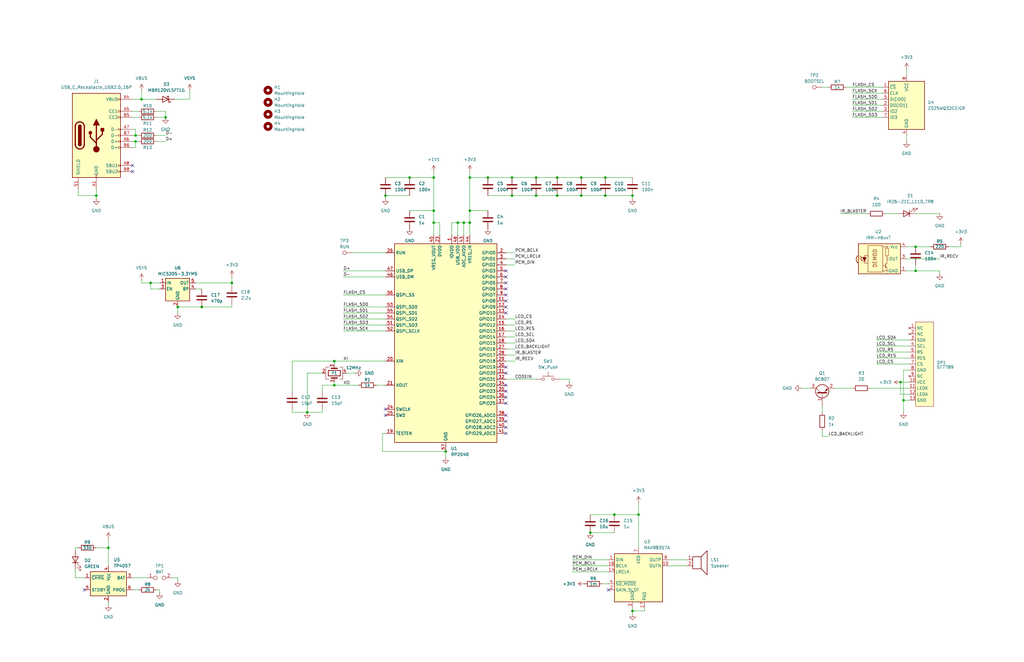
<source format=kicad_sch>
(kicad_sch (version 20231120) (generator "eeschema") (generator_version "8.0")
  (paper "B")
  (junction (at 162.56 82.55))
  (junction (at 386.08 114.3))
  (junction (at 63.5 119.38))
  (junction (at 269.24 217.17))
  (junction (at 74.93 129.54))
  (junction (at 226.06 74.93))
  (junction (at 193.04 93.98))
  (junction (at 381 168.91))
  (junction (at 215.9 82.55))
  (junction (at 182.88 88.9))
  (junction (at 59.69 41.91))
  (junction (at 215.9 74.93))
  (junction (at 248.92 224.79))
  (junction (at 140.97 162.56))
  (junction (at 40.64 82.55))
  (junction (at 198.12 74.93))
  (junction (at 259.08 217.17))
  (junction (at 182.88 93.98))
  (junction (at 57.15 59.69))
  (junction (at 255.27 82.55))
  (junction (at 266.7 257.81))
  (junction (at 69.85 49.53))
  (junction (at 226.06 82.55))
  (junction (at 187.96 190.5))
  (junction (at 255.27 74.93))
  (junction (at 205.74 74.93))
  (junction (at 85.09 129.54))
  (junction (at 245.11 82.55))
  (junction (at 198.12 88.9))
  (junction (at 182.88 74.93))
  (junction (at 140.97 152.4))
  (junction (at 379.73 161.29))
  (junction (at 234.95 82.55))
  (junction (at 129.54 173.99))
  (junction (at 195.58 93.98))
  (junction (at 266.7 82.55))
  (junction (at 172.72 74.93))
  (junction (at 386.08 104.14))
  (junction (at 234.95 74.93))
  (junction (at 97.79 119.38))
  (junction (at 245.11 74.93))
  (junction (at 45.72 231.14))
  (junction (at 57.15 57.15))
  (junction (at 198.12 93.98))
  (no_connect (at 213.36 170.18))
  (no_connect (at 35.56 248.92))
  (no_connect (at 213.36 129.54))
  (no_connect (at 213.36 165.1))
  (no_connect (at 213.36 132.08))
  (no_connect (at 213.36 154.94))
  (no_connect (at 213.36 167.64))
  (no_connect (at 256.54 248.92))
  (no_connect (at 213.36 121.92))
  (no_connect (at 162.56 175.26))
  (no_connect (at 55.88 72.39))
  (no_connect (at 213.36 119.38))
  (no_connect (at 213.36 127))
  (no_connect (at 213.36 162.56))
  (no_connect (at 162.56 172.72))
  (no_connect (at 55.88 69.85))
  (no_connect (at 213.36 180.34))
  (no_connect (at 213.36 177.8))
  (no_connect (at 213.36 124.46))
  (no_connect (at 213.36 116.84))
  (no_connect (at 213.36 114.3))
  (no_connect (at 213.36 175.26))
  (no_connect (at 213.36 182.88))
  (no_connect (at 213.36 157.48))
  (wire (pts (xy 213.36 111.76) (xy 217.17 111.76)))
  (wire (pts (xy 213.36 149.86) (xy 217.17 149.86)))
  (wire (pts (xy 381 173.99) (xy 381 168.91)))
  (wire (pts (xy 66.04 46.99) (xy 69.85 46.99)))
  (wire (pts (xy 367.03 163.83) (xy 383.54 163.83)))
  (wire (pts (xy 234.95 74.93) (xy 245.11 74.93)))
  (wire (pts (xy 381 168.91) (xy 381 156.21)))
  (wire (pts (xy 369.57 151.13) (xy 383.54 151.13)))
  (wire (pts (xy 40.64 82.55) (xy 40.64 83.82)))
  (wire (pts (xy 162.56 82.55) (xy 162.56 83.82)))
  (wire (pts (xy 226.06 74.93) (xy 234.95 74.93)))
  (wire (pts (xy 373.38 90.17) (xy 378.46 90.17)))
  (wire (pts (xy 66.04 57.15) (xy 69.85 57.15)))
  (wire (pts (xy 213.36 144.78) (xy 217.17 144.78)))
  (wire (pts (xy 140.97 152.4) (xy 123.19 152.4)))
  (wire (pts (xy 123.19 172.72) (xy 123.19 173.99)))
  (wire (pts (xy 182.88 93.98) (xy 182.88 88.9)))
  (wire (pts (xy 205.74 74.93) (xy 215.9 74.93)))
  (wire (pts (xy 33.02 80.01) (xy 33.02 82.55)))
  (wire (pts (xy 73.66 41.91) (xy 80.01 41.91)))
  (wire (pts (xy 172.72 74.93) (xy 162.56 74.93)))
  (wire (pts (xy 187.96 190.5) (xy 187.96 193.04)))
  (wire (pts (xy 226.06 82.55) (xy 234.95 82.55)))
  (wire (pts (xy 140.97 162.56) (xy 151.13 162.56)))
  (wire (pts (xy 146.05 157.48) (xy 149.86 157.48)))
  (wire (pts (xy 386.08 114.3) (xy 396.24 114.3)))
  (wire (pts (xy 382.27 104.14) (xy 386.08 104.14)))
  (wire (pts (xy 271.78 257.81) (xy 271.78 256.54)))
  (wire (pts (xy 45.72 254) (xy 45.72 255.27)))
  (wire (pts (xy 381 156.21) (xy 383.54 156.21)))
  (wire (pts (xy 349.25 184.15) (xy 346.71 184.15)))
  (wire (pts (xy 240.03 160.02) (xy 236.22 160.02)))
  (wire (pts (xy 281.94 238.76) (xy 289.56 238.76)))
  (wire (pts (xy 266.7 257.81) (xy 266.7 259.08)))
  (wire (pts (xy 198.12 72.39) (xy 198.12 74.93)))
  (wire (pts (xy 241.3 236.22) (xy 256.54 236.22)))
  (wire (pts (xy 386.08 90.17) (xy 396.24 90.17)))
  (wire (pts (xy 55.88 243.84) (xy 62.23 243.84)))
  (wire (pts (xy 144.78 134.62) (xy 162.56 134.62)))
  (wire (pts (xy 369.57 148.59) (xy 383.54 148.59)))
  (wire (pts (xy 190.5 99.06) (xy 190.5 93.98)))
  (wire (pts (xy 359.41 49.53) (xy 372.11 49.53)))
  (wire (pts (xy 346.71 184.15) (xy 346.71 181.61)))
  (wire (pts (xy 337.82 163.83) (xy 341.63 163.83)))
  (wire (pts (xy 382.27 109.22) (xy 396.24 109.22)))
  (wire (pts (xy 259.08 217.17) (xy 269.24 217.17)))
  (wire (pts (xy 144.78 139.7) (xy 162.56 139.7)))
  (wire (pts (xy 281.94 236.22) (xy 289.56 236.22)))
  (wire (pts (xy 182.88 93.98) (xy 182.88 99.06)))
  (wire (pts (xy 382.27 57.15) (xy 382.27 59.69)))
  (wire (pts (xy 382.27 114.3) (xy 386.08 114.3)))
  (wire (pts (xy 55.88 59.69) (xy 57.15 59.69)))
  (wire (pts (xy 172.72 88.9) (xy 182.88 88.9)))
  (wire (pts (xy 55.88 248.92) (xy 58.42 248.92)))
  (wire (pts (xy 40.64 231.14) (xy 45.72 231.14)))
  (wire (pts (xy 45.72 227.33) (xy 45.72 231.14)))
  (wire (pts (xy 190.5 93.98) (xy 193.04 93.98)))
  (wire (pts (xy 255.27 82.55) (xy 266.7 82.55)))
  (wire (pts (xy 245.11 74.93) (xy 255.27 74.93)))
  (wire (pts (xy 140.97 162.56) (xy 140.97 161.29)))
  (wire (pts (xy 359.41 39.37) (xy 372.11 39.37)))
  (wire (pts (xy 213.36 152.4) (xy 217.17 152.4)))
  (wire (pts (xy 198.12 93.98) (xy 198.12 99.06)))
  (wire (pts (xy 144.78 116.84) (xy 162.56 116.84)))
  (wire (pts (xy 193.04 93.98) (xy 193.04 99.06)))
  (wire (pts (xy 144.78 132.08) (xy 162.56 132.08)))
  (wire (pts (xy 351.79 163.83) (xy 359.41 163.83)))
  (wire (pts (xy 129.54 173.99) (xy 135.89 173.99)))
  (wire (pts (xy 195.58 93.98) (xy 198.12 93.98)))
  (wire (pts (xy 198.12 88.9) (xy 205.74 88.9)))
  (wire (pts (xy 386.08 111.76) (xy 386.08 114.3)))
  (wire (pts (xy 205.74 82.55) (xy 215.9 82.55)))
  (wire (pts (xy 55.88 49.53) (xy 58.42 49.53)))
  (wire (pts (xy 354.33 90.17) (xy 365.76 90.17)))
  (wire (pts (xy 97.79 116.84) (xy 97.79 119.38)))
  (wire (pts (xy 80.01 38.1) (xy 80.01 41.91)))
  (wire (pts (xy 248.92 224.79) (xy 259.08 224.79)))
  (wire (pts (xy 195.58 93.98) (xy 195.58 99.06)))
  (wire (pts (xy 129.54 157.48) (xy 135.89 157.48)))
  (wire (pts (xy 215.9 82.55) (xy 226.06 82.55)))
  (wire (pts (xy 213.36 139.7) (xy 217.17 139.7)))
  (wire (pts (xy 215.9 74.93) (xy 226.06 74.93)))
  (wire (pts (xy 97.79 119.38) (xy 97.79 120.65)))
  (wire (pts (xy 123.19 173.99) (xy 129.54 173.99)))
  (wire (pts (xy 57.15 62.23) (xy 55.88 62.23)))
  (wire (pts (xy 57.15 59.69) (xy 57.15 62.23)))
  (wire (pts (xy 381 168.91) (xy 383.54 168.91)))
  (wire (pts (xy 144.78 137.16) (xy 162.56 137.16)))
  (wire (pts (xy 82.55 121.92) (xy 85.09 121.92)))
  (wire (pts (xy 386.08 104.14) (xy 392.43 104.14)))
  (wire (pts (xy 59.69 119.38) (xy 59.69 118.11)))
  (wire (pts (xy 346.71 36.83) (xy 349.25 36.83)))
  (wire (pts (xy 185.42 99.06) (xy 185.42 93.98)))
  (wire (pts (xy 254 246.38) (xy 256.54 246.38)))
  (wire (pts (xy 213.36 109.22) (xy 217.17 109.22)))
  (wire (pts (xy 67.31 250.19) (xy 67.31 248.92)))
  (wire (pts (xy 66.04 49.53) (xy 69.85 49.53)))
  (wire (pts (xy 182.88 72.39) (xy 182.88 74.93)))
  (wire (pts (xy 74.93 243.84) (xy 72.39 243.84)))
  (wire (pts (xy 40.64 80.01) (xy 40.64 82.55)))
  (wire (pts (xy 59.69 41.91) (xy 66.04 41.91)))
  (wire (pts (xy 182.88 74.93) (xy 172.72 74.93)))
  (wire (pts (xy 66.04 59.69) (xy 69.85 59.69)))
  (wire (pts (xy 405.13 102.87) (xy 405.13 104.14)))
  (wire (pts (xy 248.92 217.17) (xy 259.08 217.17)))
  (wire (pts (xy 158.75 162.56) (xy 162.56 162.56)))
  (wire (pts (xy 33.02 82.55) (xy 40.64 82.55)))
  (wire (pts (xy 213.36 142.24) (xy 217.17 142.24)))
  (wire (pts (xy 356.87 36.83) (xy 372.11 36.83)))
  (wire (pts (xy 140.97 152.4) (xy 162.56 152.4)))
  (wire (pts (xy 45.72 231.14) (xy 45.72 238.76)))
  (wire (pts (xy 161.29 182.88) (xy 162.56 182.88)))
  (wire (pts (xy 382.27 29.21) (xy 382.27 31.75)))
  (wire (pts (xy 135.89 172.72) (xy 135.89 173.99)))
  (wire (pts (xy 379.73 161.29) (xy 383.54 161.29)))
  (wire (pts (xy 185.42 93.98) (xy 182.88 93.98)))
  (wire (pts (xy 383.54 166.37) (xy 379.73 166.37)))
  (wire (pts (xy 359.41 44.45) (xy 372.11 44.45)))
  (wire (pts (xy 266.7 257.81) (xy 271.78 257.81)))
  (wire (pts (xy 57.15 57.15) (xy 58.42 57.15)))
  (wire (pts (xy 213.36 137.16) (xy 217.17 137.16)))
  (wire (pts (xy 255.27 74.93) (xy 266.7 74.93)))
  (wire (pts (xy 135.89 165.1) (xy 135.89 162.56)))
  (wire (pts (xy 144.78 124.46) (xy 162.56 124.46)))
  (wire (pts (xy 359.41 41.91) (xy 372.11 41.91)))
  (wire (pts (xy 31.75 231.14) (xy 31.75 232.41)))
  (wire (pts (xy 144.78 114.3) (xy 162.56 114.3)))
  (wire (pts (xy 67.31 121.92) (xy 63.5 121.92)))
  (wire (pts (xy 269.24 217.17) (xy 269.24 231.14)))
  (wire (pts (xy 193.04 93.98) (xy 195.58 93.98)))
  (wire (pts (xy 148.59 106.68) (xy 162.56 106.68)))
  (wire (pts (xy 198.12 74.93) (xy 205.74 74.93)))
  (wire (pts (xy 241.3 238.76) (xy 256.54 238.76)))
  (wire (pts (xy 33.02 231.14) (xy 31.75 231.14)))
  (wire (pts (xy 346.71 171.45) (xy 346.71 173.99)))
  (wire (pts (xy 63.5 121.92) (xy 63.5 119.38)))
  (wire (pts (xy 213.36 134.62) (xy 217.17 134.62)))
  (wire (pts (xy 35.56 243.84) (xy 31.75 243.84)))
  (wire (pts (xy 369.57 146.05) (xy 383.54 146.05)))
  (wire (pts (xy 55.88 41.91) (xy 59.69 41.91)))
  (wire (pts (xy 369.57 143.51) (xy 383.54 143.51)))
  (wire (pts (xy 240.03 161.29) (xy 240.03 160.02)))
  (wire (pts (xy 198.12 88.9) (xy 198.12 74.93)))
  (wire (pts (xy 396.24 114.3) (xy 396.24 115.57)))
  (wire (pts (xy 129.54 173.99) (xy 129.54 157.48)))
  (wire (pts (xy 63.5 119.38) (xy 67.31 119.38)))
  (wire (pts (xy 162.56 82.55) (xy 172.72 82.55)))
  (wire (pts (xy 57.15 59.69) (xy 58.42 59.69)))
  (wire (pts (xy 213.36 160.02) (xy 226.06 160.02)))
  (wire (pts (xy 140.97 153.67) (xy 140.97 152.4)))
  (wire (pts (xy 31.75 243.84) (xy 31.75 240.03)))
  (wire (pts (xy 213.36 106.68) (xy 217.17 106.68)))
  (wire (pts (xy 55.88 54.61) (xy 57.15 54.61)))
  (wire (pts (xy 234.95 82.55) (xy 245.11 82.55)))
  (wire (pts (xy 74.93 245.11) (xy 74.93 243.84)))
  (wire (pts (xy 135.89 162.56) (xy 140.97 162.56)))
  (wire (pts (xy 67.31 248.92) (xy 66.04 248.92)))
  (wire (pts (xy 57.15 54.61) (xy 57.15 57.15)))
  (wire (pts (xy 74.93 129.54) (xy 85.09 129.54)))
  (wire (pts (xy 74.93 129.54) (xy 74.93 132.08)))
  (wire (pts (xy 59.69 38.1) (xy 59.69 41.91)))
  (wire (pts (xy 379.73 166.37) (xy 379.73 161.29)))
  (wire (pts (xy 97.79 128.27) (xy 97.79 129.54)))
  (wire (pts (xy 144.78 129.54) (xy 162.56 129.54)))
  (wire (pts (xy 245.11 82.55) (xy 255.27 82.55)))
  (wire (pts (xy 213.36 147.32) (xy 217.17 147.32)))
  (wire (pts (xy 269.24 212.09) (xy 269.24 217.17)))
  (wire (pts (xy 69.85 46.99) (xy 69.85 49.53)))
  (wire (pts (xy 55.88 57.15) (xy 57.15 57.15)))
  (wire (pts (xy 161.29 190.5) (xy 161.29 182.88)))
  (wire (pts (xy 241.3 241.3) (xy 256.54 241.3)))
  (wire (pts (xy 55.88 46.99) (xy 58.42 46.99)))
  (wire (pts (xy 266.7 82.55) (xy 266.7 83.82)))
  (wire (pts (xy 82.55 119.38) (xy 97.79 119.38)))
  (wire (pts (xy 359.41 46.99) (xy 372.11 46.99)))
  (wire (pts (xy 369.57 153.67) (xy 383.54 153.67)))
  (wire (pts (xy 182.88 88.9) (xy 182.88 74.93)))
  (wire (pts (xy 187.96 190.5) (xy 161.29 190.5)))
  (wire (pts (xy 266.7 256.54) (xy 266.7 257.81)))
  (wire (pts (xy 97.79 129.54) (xy 85.09 129.54)))
  (wire (pts (xy 198.12 93.98) (xy 198.12 88.9)))
  (wire (pts (xy 405.13 104.14) (xy 400.05 104.14)))
  (wire (pts (xy 59.69 119.38) (xy 63.5 119.38)))
  (wire (pts (xy 123.19 152.4) (xy 123.19 165.1)))
  (label "XI" (at 144.78 152.4 0))
  (label "D-" (at 69.85 57.15 0))
  (label "LCD_RES" (at 369.57 151.13 0))
  (label "IR_RECV" (at 217.17 152.4 0))
  (label "D-" (at 144.78 116.84 0))
  (label "FLASH_SD3" (at 359.41 49.53 0))
  (label "FLASH_SD2" (at 359.41 46.99 0))
  (label "IR_RECV" (at 396.24 109.22 0))
  (label "LCD_SCL" (at 217.17 142.24 0))
  (label "LCD_CS" (at 217.17 134.62 0))
  (label "PCM_DIN" (at 241.3 236.22 0))
  (label "IR_BLASTER" (at 354.33 90.17 0))
  (label "FLASH_SD3" (at 144.78 137.16 0))
  (label "PCM_DIN" (at 217.17 111.76 0))
  (label "LCD_SDA" (at 217.17 144.78 0))
  (label "D+" (at 144.78 114.3 0))
  (label "PCM_BCLK" (at 217.17 106.68 0))
  (label "LCD_BACKLIGHT" (at 349.25 184.15 0))
  (label "LCD_RES" (at 217.17 139.7 0))
  (label "LCD_SDA" (at 369.57 143.51 0))
  (label "FLASH_SD2" (at 144.78 134.62 0))
  (label "LCD_SCL" (at 369.57 146.05 0))
  (label "PCM_LRCLK" (at 241.3 241.3 0))
  (label "PCM_LRCLK" (at 217.17 109.22 0))
  (label "FLASH_CS" (at 359.41 36.83 0))
  (label "FLASH_CS" (at 144.78 124.46 0))
  (label "D+" (at 69.85 59.69 0))
  (label "CODEIN" (at 217.17 160.02 0))
  (label "FLASH_SD1" (at 144.78 132.08 0))
  (label "FLASH_SCK" (at 359.41 39.37 0))
  (label "IR_BLASTER" (at 217.17 149.86 0))
  (label "LCD_BACKLIGHT" (at 217.17 147.32 0))
  (label "PCM_BCLK" (at 241.3 238.76 0))
  (label "FLASH_SCK" (at 144.78 139.7 0))
  (label "FLASH_SD0" (at 144.78 129.54 0))
  (label "FLASH_SD0" (at 359.41 41.91 0))
  (label "FLASH_SD1" (at 359.41 44.45 0))
  (label "LCD_CS" (at 369.57 153.67 0))
  (label "XO" (at 144.78 162.56 0))
  (label "LCD_RS" (at 217.17 137.16 0))
  (label "LCD_RS" (at 369.57 148.59 0))
  (symbol (lib_id "power:GND") (at 337.82 163.83 270) (unit 1)
    (property "Reference" "#PWR010" (effects (hide yes)))
    (property "Value" "GND" (at 334.01 163.8299 90) (effects (justify right)))
    (property "Description" "Power symbol creates a global label with name \"GND\" , ground" (effects (hide yes)))
  )
  (symbol (lib_id "Device:R") (at 396.24 104.14 90) (unit 1)
    (property "Reference" "R5" (at 396.24 101.854 90))
    (property "Value" "220" (at 396.24 104.14 90))
    (property "Footprint" "Resistor_SMD:R_0402_1005Metric" (effects (hide yes)))
    (property "Description" "Resistor" (effects (hide yes)))
  )
  (symbol (lib_id "Device:C") (at 123.19 168.91 0) (unit 1)
    (property "Reference" "C12" (at 127 167.6399 0) (effects (justify left)))
    (property "Value" "15pF" (at 127 170.1799 0) (effects (justify left)))
    (property "Footprint" "Capacitor_SMD:C_0402_1005Metric" (effects (hide yes)))
    (property "Description" "Unpolarized capacitor" (effects (hide yes)))
  )
  (symbol (lib_id "power:GND") (at 129.54 173.99 0) (unit 1)
    (property "Reference" "#PWR08" (effects (hide yes)))
    (property "Value" "GND" (at 129.54 179.07 0))
    (property "Description" "Power symbol creates a global label with name \"GND\" , ground" (effects (hide yes)))
  )
  (symbol (lib_id "power:GND") (at 187.96 193.04 0) (unit 1)
    (property "Reference" "#PWR07" (effects (hide yes)))
    (property "Value" "GND" (at 187.96 198.12 0))
    (property "Description" "Power symbol creates a global label with name \"GND\" , ground" (effects (hide yes)))
  )
  (symbol (lib_id "Device:R") (at 363.22 163.83 90) (unit 1)
    (property "Reference" "R3" (at 363.22 157.48 90))
    (property "Value" "20" (at 363.22 160.02 90))
    (property "Footprint" "Resistor_SMD:R_0402_1005Metric" (effects (hide yes)))
    (property "Description" "Resistor" (effects (hide yes)))
  )
  (symbol (lib_id "power:VBUS") (at 59.69 118.11 0) (unit 1)
    (property "Reference" "#PWR031" (effects (hide yes)))
    (property "Value" "VSYS" (at 59.69 113.03 0))
    (property "Description" "Power symbol creates a global label with name \"VBUS\"" (effects (hide yes)))
  )
  (symbol (lib_id "power:GND") (at 396.24 115.57 0) (unit 1)
    (property "Reference" "#PWR014" (effects (hide yes)))
    (property "Value" "GND" (at 396.24 120.65 0))
    (property "Description" "Power symbol creates a global label with name \"GND\" , ground" (effects (hide yes)))
  )
  (symbol (lib_id "Device:C") (at 386.08 107.95 0) (unit 1)
    (property "Reference" "C14" (at 389.89 106.6799 0) (effects (justify left)))
    (property "Value" "100n" (at 389.89 109.2199 0) (effects (justify left)))
    (property "Footprint" "Capacitor_SMD:C_0402_1005Metric" (effects (hide yes)))
    (property "Description" "Unpolarized capacitor" (effects (hide yes)))
  )
  (symbol (lib_id "Audio:MAX98357A") (at 269.24 243.84 0) (unit 1)
    (property "Reference" "U3" (at 271.4341 228.6 0) (effects (justify left)))
    (property "Value" "MAX98357A" (at 271.4341 231.14 0) (effects (justify left)))
    (property "Footprint" "Package_DFN_QFN:TQFN-16-1EP_3x3mm_P0.5mm_EP1.23x1.23mm" (effects (hide yes)))
    (property "Datasheet" "https://www.analog.com/media/en/technical-documentation/data-sheets/MAX98357A-MAX98357B.pdf" (effects (hide yes)))
    (property "Description" "Mono DAC with amplifier, I2S, PCM, TDM, 32-bit, 96khz, 3.2W, TQFP-16" (effects (hide yes)))
  )
  (symbol (lib_id "power:GND") (at 172.72 96.52 0) (unit 1)
    (property "Reference" "#PWR02" (effects (hide yes)))
    (property "Value" "GND" (at 172.72 101.6 0))
    (property "Description" "Power symbol creates a global label with name \"GND\" , ground" (effects (hide yes)))
  )
  (symbol (lib_id "Device:C") (at 162.56 78.74 0) (unit 1)
    (property "Reference" "C3" (at 166.37 77.4699 0) (effects (justify left)))
    (property "Value" "100n" (at 166.37 80.0099 0) (effects (justify left)))
    (property "Footprint" "Capacitor_SMD:C_0402_1005Metric" (effects (hide yes)))
    (property "Description" "Unpolarized capacitor" (effects (hide yes)))
  )
  (symbol (lib_id "Connector:USB_C_Receptacle_USB2.0_16P") (at 40.64 57.15 0) (unit 1)
    (property "Reference" "J1" (at 40.64 34.29 0))
    (property "Value" "USB_C_Receptacle_USB2.0_16P" (at 40.64 36.83 0))
    (property "Footprint" "Connector_USB:USB_C_Receptacle_GCT_USB4105-xx-A_16P_TopMnt_Horizontal" (effects (hide yes)))
    (property "Datasheet" "https://www.usb.org/sites/default/files/documents/usb_type-c.zip" (effects (hide yes)))
    (property "Description" "USB 2.0-only 16P Type-C Receptacle connector" (effects (hide yes)))
  )
  (symbol (lib_id "Device:R") (at 369.57 90.17 90) (unit 1)
    (property "Reference" "R4" (at 369.57 83.82 90))
    (property "Value" "100" (at 369.57 86.36 90))
    (property "Footprint" "Resistor_SMD:R_0402_1005Metric" (effects (hide yes)))
    (property "Description" "Resistor" (effects (hide yes)))
  )
  (symbol (lib_id "Device:C") (at 205.74 92.71 0) (unit 1)
    (property "Reference" "C4" (at 209.55 91.4399 0) (effects (justify left)))
    (property "Value" "1u" (at 209.55 93.9799 0) (effects (justify left)))
    (property "Footprint" "Capacitor_SMD:C_0402_1005Metric" (effects (hide yes)))
    (property "Description" "Unpolarized capacitor" (effects (hide yes)))
  )
  (symbol (lib_id "power:+3V3") (at 198.12 72.39 0) (unit 1)
    (property "Reference" "#PWR05" (effects (hide yes)))
    (property "Value" "+3V3" (at 198.12 67.31 0))
    (property "Description" "Power symbol creates a global label with name \"+3V3\"" (effects (hide yes)))
  )
  (symbol (lib_id "Device:LED") (at 31.75 236.22 90) (unit 1)
    (property "Reference" "D2" (at 35.56 236.5374 90) (effects (justify right)))
    (property "Value" "GREEN" (at 35.56 239.0774 90) (effects (justify right)))
    (property "Footprint" "LED_SMD:LED_0402_1005Metric" (effects (hide yes)))
    (property "Description" "Light emitting diode" (effects (hide yes)))
  )
  (symbol (lib_id "power:GND") (at 240.03 161.29 0) (unit 1)
    (property "Reference" "#PWR030" (effects (hide yes)))
    (property "Value" "GND" (at 240.03 166.37 0))
    (property "Description" "Power symbol creates a global label with name \"GND\" , ground" (effects (hide yes)))
  )
  (symbol (lib_id "MCU_RaspberryPi:RP2040") (at 187.96 144.78 0) (unit 1)
    (property "Reference" "U1" (at 190.1541 189.23 0) (effects (justify left)))
    (property "Value" "RP2040" (at 190.1541 191.77 0) (effects (justify left)))
    (property "Footprint" "Package_DFN_QFN:QFN-56-1EP_7x7mm_P0.4mm_EP3.2x3.2mm" (effects (hide yes)))
    (property "Datasheet" "https://datasheets.raspberrypi.com/rp2040/rp2040-datasheet.pdf" (effects (hide yes)))
    (property "Description" "A microcontroller by Raspberry Pi" (effects (hide yes)))
  )
  (symbol (lib_id "power:+3V3") (at 269.24 212.09 0) (unit 1)
    (property "Reference" "#PWR016" (effects (hide yes)))
    (property "Value" "+3V3" (at 269.24 207.01 0))
    (property "Description" "Power symbol creates a global label with name \"+3V3\"" (effects (hide yes)))
  )
  (symbol (lib_id "Device:C") (at 85.09 125.73 0) (unit 1)
    (property "Reference" "C17" (at 88.9 124.4599 0) (effects (justify left)))
    (property "Value" "470p" (at 88.9 126.9999 0) (effects (justify left)))
    (property "Footprint" "Capacitor_SMD:C_0402_1005Metric" (effects (hide yes)))
    (property "Description" "Unpolarized capacitor" (effects (hide yes)))
  )
  (symbol (lib_id "power:VBUS") (at 80.01 38.1 0) (unit 1)
    (property "Reference" "#PWR026" (effects (hide yes)))
    (property "Value" "VSYS" (at 80.01 33.02 0))
    (property "Description" "Power symbol creates a global label with name \"VBUS\"" (effects (hide yes)))
  )
  (symbol (lib_id "Mechanical:MountingHole") (at 113.03 48.26 0) (unit 1) (exclude_from_sim yes) (in_bom no)
    (property "Reference" "H3" (at 115.57 46.9899 0) (effects (justify left)))
    (property "Value" "MountingHole" (at 115.57 49.5299 0) (effects (justify left)))
    (property "Footprint" "MountingHole:MountingHole_2.1mm" (effects (hide yes)))
    (property "Description" "Mounting Hole without connection" (effects (hide yes)))
  )
  (symbol (lib_id "power:VBUS") (at 59.69 38.1 0) (unit 1)
    (property "Reference" "#PWR025" (effects (hide yes)))
    (property "Value" "VBUS" (at 59.69 33.02 0))
    (property "Description" "Power symbol creates a global label with name \"VBUS\"" (effects (hide yes)))
  )
  (symbol (lib_id "Device:R") (at 62.23 46.99 90) (unit 1)
    (property "Reference" "R10" (at 62.23 44.704 90))
    (property "Value" "5.1k" (at 62.23 46.99 90))
    (property "Footprint" "Resistor_SMD:R_0402_1005Metric" (effects (hide yes)))
    (property "Description" "Resistor" (effects (hide yes)))
  )
  (symbol (lib_id "Device:R") (at 62.23 49.53 90) (unit 1)
    (property "Reference" "R11" (at 62.23 52.07 90))
    (property "Value" "5.1k" (at 62.23 49.53 90))
    (property "Footprint" "Resistor_SMD:R_0402_1005Metric" (effects (hide yes)))
    (property "Description" "Resistor" (effects (hide yes)))
  )
  (symbol (lib_id "power:+3V3") (at 405.13 102.87 0) (unit 1)
    (property "Reference" "#PWR015" (effects (hide yes)))
    (property "Value" "+3V3" (at 405.13 97.79 0))
    (property "Description" "Power symbol creates a global label with name \"+3V3\"" (effects (hide yes)))
  )
  (symbol (lib_id "Device:C") (at 234.95 78.74 0) (unit 1)
    (property "Reference" "C8" (at 238.76 77.4699 0) (effects (justify left)))
    (property "Value" "100n" (at 238.76 80.0099 0) (effects (justify left)))
    (property "Footprint" "Capacitor_SMD:C_0402_1005Metric" (effects (hide yes)))
    (property "Description" "Unpolarized capacitor" (effects (hide yes)))
  )
  (symbol (lib_id "Device:C") (at 172.72 92.71 0) (unit 1)
    (property "Reference" "C1" (at 176.53 91.4399 0) (effects (justify left)))
    (property "Value" "1u" (at 176.53 93.9799 0) (effects (justify left)))
    (property "Footprint" "Capacitor_SMD:C_0402_1005Metric" (effects (hide yes)))
    (property "Description" "Unpolarized capacitor" (effects (hide yes)))
  )
  (symbol (lib_id "power:GND") (at 205.74 96.52 0) (unit 1)
    (property "Reference" "#PWR01" (effects (hide yes)))
    (property "Value" "GND" (at 205.74 101.6 0))
    (property "Description" "Power symbol creates a global label with name \"GND\" , ground" (effects (hide yes)))
  )
  (symbol (lib_id "Device:C") (at 266.7 78.74 0) (unit 1)
    (property "Reference" "C11" (at 270.51 77.4699 0) (effects (justify left)))
    (property "Value" "100n" (at 270.51 80.0099 0) (effects (justify left)))
    (property "Footprint" "Capacitor_SMD:C_0402_1005Metric" (effects (hide yes)))
    (property "Description" "Unpolarized capacitor" (effects (hide yes)))
  )
  (symbol (lib_id "Device:R") (at 353.06 36.83 90) (unit 1)
    (property "Reference" "R7" (at 353.06 34.544 90))
    (property "Value" "1k" (at 353.06 36.83 90))
    (property "Footprint" "Resistor_SMD:R_0402_1005Metric" (effects (hide yes)))
    (property "Description" "Resistor" (effects (hide yes)))
  )
  (symbol (lib_id "power:GND") (at 381 173.99 0) (unit 1)
    (property "Reference" "#PWR012" (effects (hide yes)))
    (property "Value" "GND" (at 381 179.07 0))
    (property "Description" "Power symbol creates a global label with name \"GND\" , ground" (effects (hide yes)))
  )
  (symbol (lib_id "power:GND") (at 266.7 259.08 0) (unit 1)
    (property "Reference" "#PWR018" (effects (hide yes)))
    (property "Value" "GND" (at 266.7 264.16 0))
    (property "Description" "Power symbol creates a global label with name \"GND\" , ground" (effects (hide yes)))
  )
  (symbol (lib_id "Device:R") (at 250.19 246.38 90) (unit 1)
    (property "Reference" "R6" (at 250.19 244.094 90))
    (property "Value" "1m" (at 250.19 246.38 90))
    (property "Footprint" "Resistor_SMD:R_0402_1005Metric" (effects (hide yes)))
    (property "Description" "Resistor" (effects (hide yes)))
  )
  (symbol (lib_id "Device:C") (at 226.06 78.74 0) (unit 1)
    (property "Reference" "C7" (at 229.87 77.4699 0) (effects (justify left)))
    (property "Value" "100n" (at 229.87 80.0099 0) (effects (justify left)))
    (property "Footprint" "Capacitor_SMD:C_0402_1005Metric" (effects (hide yes)))
    (property "Description" "Unpolarized capacitor" (effects (hide yes)))
  )
  (symbol (lib_id "power:+3V3") (at 97.79 116.84 0) (unit 1)
    (property "Reference" "#PWR032" (effects (hide yes)))
    (property "Value" "+3V3" (at 97.79 111.76 0))
    (property "Description" "Power symbol creates a global label with name \"+3V3\"" (effects (hide yes)))
  )
  (symbol (lib_id "Device:Speaker") (at 294.64 236.22 0) (unit 1)
    (property "Reference" "LS1" (at 299.72 236.2199 0) (effects (justify left)))
    (property "Value" "Speaker" (at 299.72 238.7599 0) (effects (justify left)))
    (property "Footprint" "Misc:Speaker_13x13mm" (effects (hide yes)))
    (property "Description" "Speaker" (effects (hide yes)))
  )
  (symbol (lib_id "Device:R") (at 154.94 162.56 90) (unit 1)
    (property "Reference" "R1" (at 154.94 160.274 90))
    (property "Value" "1k" (at 154.94 162.56 90))
    (property "Footprint" "Resistor_SMD:R_0402_1005Metric" (effects (hide yes)))
    (property "Description" "Resistor" (effects (hide yes)))
  )
  (symbol (lib_id "power:GND") (at 266.7 83.82 0) (unit 1)
    (property "Reference" "#PWR04" (effects (hide yes)))
    (property "Value" "GND" (at 266.7 88.9 0))
    (property "Description" "Power symbol creates a global label with name \"GND\" , ground" (effects (hide yes)))
  )
  (symbol (lib_id "Device:R") (at 346.71 177.8 180) (unit 1)
    (property "Reference" "R2" (at 349.25 176.5299 0) (effects (justify right)))
    (property "Value" "1k" (at 349.25 179.0699 0) (effects (justify right)))
    (property "Footprint" "Resistor_SMD:R_0402_1005Metric" (effects (hide yes)))
    (property "Description" "Resistor" (effects (hide yes)))
  )
  (symbol (lib_id "power:+3V3") (at 246.38 246.38 90) (unit 1)
    (property "Reference" "#PWR019" (effects (hide yes)))
    (property "Value" "+3V3" (at 242.57 246.3799 90) (effects (justify left)))
    (property "Description" "Power symbol creates a global label with name \"+3V3\"" (effects (hide yes)))
  )
  (symbol (lib_id "Switch:SW_Push") (at 231.14 160.02 0) (unit 1)
    (property "Reference" "SW1" (at 231.14 152.4 0))
    (property "Value" "SW_Push" (at 231.14 154.94 0))
    (property "Footprint" "Button_Switch_SMD:SW_SPST_Omron_B3FS-100xP" (effects (hide yes)))
    (property "Description" "Push button switch, generic, two pins" (effects (hide yes)))
  )
  (symbol (lib_id "Device:C") (at 259.08 220.98 0) (unit 1)
    (property "Reference" "C15" (at 262.89 219.7099 0) (effects (justify left)))
    (property "Value" "1u" (at 262.89 222.2499 0) (effects (justify left)))
    (property "Footprint" "Capacitor_SMD:C_0402_1005Metric" (effects (hide yes)))
    (property "Description" "Unpolarized capacitor" (effects (hide yes)))
  )
  (symbol (lib_id "Memory_Flash:W25Q128JVE") (at 382.27 44.45 0) (unit 1)
    (property "Reference" "U4" (at 391.16 43.1799 0) (effects (justify left)))
    (property "Value" "ZD25WQ32CEIGR" (at 391.16 45.7199 0) (effects (justify left)))
    (property "Footprint" "Package_SON:Winbond_USON-8-1EP_3x2mm_P0.5mm_EP0.2x1.6mm" (effects (hide yes)))
    (property "Datasheet" "https://www.winbond.com/resource-files/w25q128jv_dtr%20revc%2003272018%20plus.pdf" (effects (hide yes)))
    (property "Description" "128Mb Serial Flash Memory, Standard/Dual/Quad SPI, WSON-8" (effects (hide yes)))
  )
  (symbol (lib_id "Device:C") (at 215.9 78.74 0) (unit 1)
    (property "Reference" "C6" (at 219.71 77.4699 0) (effects (justify left)))
    (property "Value" "100n" (at 219.71 80.0099 0) (effects (justify left)))
    (property "Footprint" "Capacitor_SMD:C_0402_1005Metric" (effects (hide yes)))
    (property "Description" "Unpolarized capacitor" (effects (hide yes)))
  )
  (symbol (lib_id "power:VBUS") (at 45.72 227.33 0) (unit 1)
    (property "Reference" "#PWR027" (effects (hide yes)))
    (property "Value" "VBUS" (at 45.72 222.25 0))
    (property "Description" "Power symbol creates a global label with name \"VBUS\"" (effects (hide yes)))
  )
  (symbol (lib_id "power:GND") (at 396.24 90.17 0) (unit 1)
    (property "Reference" "#PWR013" (effects (hide yes)))
    (property "Value" "GND" (at 396.24 95.25 0))
    (property "Description" "Power symbol creates a global label with name \"GND\" , ground" (effects (hide yes)))
  )
  (symbol (lib_id "power:GND") (at 40.64 83.82 0) (unit 1)
    (property "Reference" "#PWR029" (effects (hide yes)))
    (property "Value" "GND" (at 40.64 88.9 0))
    (property "Description" "Power symbol creates a global label with name \"GND\" , ground" (effects (hide yes)))
  )
  (symbol (lib_id "Mechanical:MountingHole") (at 113.03 43.18 0) (unit 1) (exclude_from_sim yes) (in_bom no)
    (property "Reference" "H2" (at 115.57 41.9099 0) (effects (justify left)))
    (property "Value" "MountingHole" (at 115.57 44.4499 0) (effects (justify left)))
    (property "Footprint" "MountingHole:MountingHole_2.1mm" (effects (hide yes)))
    (property "Description" "Mounting Hole without connection" (effects (hide yes)))
  )
  (symbol (lib_id "power:GND") (at 248.92 224.79 0) (unit 1)
    (property "Reference" "#PWR017" (effects (hide yes)))
    (property "Value" "GND" (at 248.92 229.87 0))
    (property "Description" "Power symbol creates a global label with name \"GND\" , ground" (effects (hide yes)))
  )
  (symbol (lib_id "Device:C") (at 172.72 78.74 0) (unit 1)
    (property "Reference" "C2" (at 176.53 77.4699 0) (effects (justify left)))
    (property "Value" "100n" (at 176.53 80.0099 0) (effects (justify left)))
    (property "Footprint" "Capacitor_SMD:C_0402_1005Metric" (effects (hide yes)))
    (property "Description" "Unpolarized capacitor" (effects (hide yes)))
  )
  (symbol (lib_id "Transistor_BJT:BC807") (at 346.71 166.37 90) (unit 1)
    (property "Reference" "Q1" (at 346.71 157.48 90))
    (property "Value" "BC807" (at 346.71 160.02 90))
    (property "Footprint" "Package_TO_SOT_SMD:SOT-23" (effects (hide yes)))
    (property "Datasheet" "https://www.onsemi.com/pub/Collateral/BC808-D.pdf" (effects (hide yes)))
    (property "Description" "0.8A Ic, 45V Vce, PNP Transistor, SOT-23" (effects (hide yes)))
  )
  (symbol (lib_id "Mechanical:MountingHole") (at 113.03 53.34 0) (unit 1) (exclude_from_sim yes) (in_bom no)
    (property "Reference" "H4" (at 115.57 52.0699 0) (effects (justify left)))
    (property "Value" "MountingHole" (at 115.57 54.6099 0) (effects (justify left)))
    (property "Footprint" "MountingHole:MountingHole_2.1mm" (effects (hide yes)))
    (property "Description" "Mounting Hole without connection" (effects (hide yes)))
  )
  (symbol (lib_id "Device:R") (at 62.23 248.92 90) (unit 1)
    (property "Reference" "R8" (at 62.23 246.634 90))
    (property "Value" "2k" (at 62.23 248.92 90))
    (property "Footprint" "Resistor_SMD:R_0402_1005Metric" (effects (hide yes)))
    (property "Description" "Resistor" (effects (hide yes)))
  )
  (symbol (lib_id "Device:C") (at 97.79 124.46 0) (unit 1)
    (property "Reference" "C18" (at 101.6 123.1899 0) (effects (justify left)))
    (property "Value" "2.2u" (at 101.6 125.7299 0) (effects (justify left)))
    (property "Footprint" "Capacitor_SMD:C_0402_1005Metric" (effects (hide yes)))
    (property "Description" "Unpolarized capacitor" (effects (hide yes)))
  )
  (symbol (lib_id "Mechanical:MountingHole") (at 113.03 38.1 0) (unit 1) (exclude_from_sim yes) (in_bom no)
    (property "Reference" "H1" (at 115.57 36.8299 0) (effects (justify left)))
    (property "Value" "MountingHole" (at 115.57 39.3699 0) (effects (justify left)))
    (property "Footprint" "MountingHole:MountingHole_2.1mm" (effects (hide yes)))
    (property "Description" "Mounting Hole without connection" (effects (hide yes)))
  )
  (symbol (lib_id "Connector:TestPoint") (at 148.59 106.68 90) (unit 1)
    (property "Reference" "TP3" (at 145.288 101.6 90))
    (property "Value" "RUN" (at 145.288 104.14 90))
    (property "Footprint" "TestPoint:TestPoint_Pad_D1.0mm" (effects (hide yes)))
    (property "Description" "test point" (effects (hide yes)))
  )
  (symbol (lib_id "Misc:N114-2413THBIG01-H13") (at 388.62 152.4 0) (unit 1)
    (property "Reference" "DP1" (at 394.97 153.0349 0) (effects (justify left)))
    (property "Value" "ST7789" (at 394.97 154.94 0) (effects (justify left)))
    (property "Footprint" "Misc:N114-2413THBIG01-H13" (effects (hide yes)))
  )
  (symbol (lib_id "power:+3V3") (at 379.73 161.29 90) (unit 1)
    (property "Reference" "#PWR011" (effects (hide yes)))
    (property "Value" "+3V3" (at 375.92 161.2899 90) (effects (justify left)))
    (property "Description" "Power symbol creates a global label with name \"+3V3\"" (effects (hide yes)))
  )
  (symbol (lib_id "Connector:TestPoint") (at 346.71 36.83 90) (unit 1)
    (property "Reference" "TP2" (at 343.408 31.75 90))
    (property "Value" "BOOTSEL" (at 343.408 34.29 90))
    (property "Footprint" "TestPoint:TestPoint_Pad_D1.0mm" (effects (hide yes)))
    (property "Description" "test point" (effects (hide yes)))
  )
  (symbol (lib_id "power:+3V3") (at 382.27 29.21 0) (unit 1)
    (property "Reference" "#PWR020" (effects (hide yes)))
    (property "Value" "+3V3" (at 382.27 24.13 0))
    (property "Description" "Power symbol creates a global label with name \"+3V3\"" (effects (hide yes)))
  )
  (symbol (lib_id "Regulator_Linear:MIC5205-3.3YM5") (at 74.93 121.92 0) (unit 1)
    (property "Reference" "U6" (at 74.93 113.03 0))
    (property "Value" "MIC5205-3.3YM5" (at 74.93 115.57 0))
    (property "Footprint" "Package_TO_SOT_SMD:SOT-23-5" (effects (hide yes)))
    (property "Datasheet" "http://ww1.microchip.com/downloads/en/DeviceDoc/20005785A.pdf" (effects (hide yes)))
    (property "Description" "150mA low dropout linear regulator, fixed 3.3V output, SOT-23-5" (effects (hide yes)))
  )
  (symbol (lib_id "Interface_Optical:IRM-H6xxT") (at 372.11 109.22 0) (unit 1)
    (property "Reference" "U2" (at 370.375 97.79 0))
    (property "Value" "IRM-H6xxT" (at 370.375 100.33 0))
    (property "Footprint" "OptoDevice:Everlight_IRM-H6xxT" (effects (hide yes)))
    (property "Datasheet" "https://en.everlight.com/wp-content/plugins/ItemRelationship/product_files/pdf/DMO-0000004-IRM-H6XX-TR2_Series_Datasheet_V4.pdf" (effects (hide yes)))
    (property "Description" "IR Receiver Modules for remote controls" (effects (hide yes)))
  )
  (symbol (lib_id "Device:C") (at 205.74 78.74 0) (unit 1)
    (property "Reference" "C5" (at 209.55 77.4699 0) (effects (justify left)))
    (property "Value" "100n" (at 209.55 80.0099 0) (effects (justify left)))
    (property "Footprint" "Capacitor_SMD:C_0402_1005Metric" (effects (hide yes)))
    (property "Description" "Unpolarized capacitor" (effects (hide yes)))
  )
  (symbol (lib_id "Connector:TestPoint_2Pole") (at 67.31 243.84 0) (unit 1)
    (property "Reference" "TP1" (at 67.31 238.76 0))
    (property "Value" "BAT" (at 67.31 241.3 0))
    (property "Footprint" "TestPoint:TestPoint_2Pads_Pitch2.54mm_Drill0.8mm" (effects (hide yes)))
    (property "Description" "2-polar test point" (effects (hide yes)))
  )
  (symbol (lib_id "Device:C") (at 135.89 168.91 0) (unit 1)
    (property "Reference" "C13" (at 139.7 167.6399 0) (effects (justify left)))
    (property "Value" "15pF" (at 139.7 170.1799 0) (effects (justify left)))
    (property "Footprint" "Capacitor_SMD:C_0402_1005Metric" (effects (hide yes)))
    (property "Description" "Unpolarized capacitor" (effects (hide yes)))
  )
  (symbol (lib_id "power:GND") (at 67.31 250.19 0) (unit 1)
    (property "Reference" "#PWR024" (effects (hide yes)))
    (property "Value" "GND" (at 67.31 255.27 0))
    (property "Description" "Power symbol creates a global label with name \"GND\" , ground" (effects (hide yes)))
  )
  (symbol (lib_id "Device:C") (at 255.27 78.74 0) (unit 1)
    (property "Reference" "C10" (at 259.08 77.4699 0) (effects (justify left)))
    (property "Value" "100n" (at 259.08 80.0099 0) (effects (justify left)))
    (property "Footprint" "Capacitor_SMD:C_0402_1005Metric" (effects (hide yes)))
    (property "Description" "Unpolarized capacitor" (effects (hide yes)))
  )
  (symbol (lib_id "LED:IR26-21C_L110_TR8") (at 382.27 90.17 180) (unit 1)
    (property "Reference" "D1" (at 383.8575 82.55 0))
    (property "Value" "IR26-21C_L110_TR8" (at 383.8575 85.09 0))
    (property "Footprint" "LED_SMD:LED_1206_3216Metric" (effects (hide yes)))
    (property "Datasheet" "http://www.everlight.com/file/ProductFile/IR26-21C-L110-TR8.pdf" (effects (hide yes)))
    (property "Description" "940nm, 20 deg, Infrared LED, 1206" (effects (hide yes)))
  )
  (symbol (lib_id "power:GND") (at 382.27 59.69 0) (unit 1)
    (property "Reference" "#PWR021" (effects (hide yes)))
    (property "Value" "GND" (at 382.27 64.77 0))
    (property "Description" "Power symbol creates a global label with name \"GND\" , ground" (effects (hide yes)))
  )
  (symbol (lib_id "Device:C") (at 248.92 220.98 0) (unit 1)
    (property "Reference" "C16" (at 252.73 219.7099 0) (effects (justify left)))
    (property "Value" "10u" (at 252.73 222.2499 0) (effects (justify left)))
    (property "Footprint" "Capacitor_SMD:C_0402_1005Metric" (effects (hide yes)))
    (property "Description" "Unpolarized capacitor" (effects (hide yes)))
  )
  (symbol (lib_id "Device:C") (at 245.11 78.74 0) (unit 1)
    (property "Reference" "C9" (at 248.92 77.4699 0) (effects (justify left)))
    (property "Value" "100n" (at 248.92 80.0099 0) (effects (justify left)))
    (property "Footprint" "Capacitor_SMD:C_0402_1005Metric" (effects (hide yes)))
    (property "Description" "Unpolarized capacitor" (effects (hide yes)))
  )
  (symbol (lib_id "Device:R") (at 62.23 59.69 90) (unit 1)
    (property "Reference" "R13" (at 62.23 62.23 90))
    (property "Value" "200" (at 62.23 59.69 90))
    (property "Footprint" "Resistor_SMD:R_0402_1005Metric" (effects (hide yes)))
    (property "Description" "Resistor" (effects (hide yes)))
  )
  (symbol (lib_id "Device:R") (at 62.23 57.15 90) (unit 1)
    (property "Reference" "R12" (at 62.23 54.864 90))
    (property "Value" "200" (at 62.23 57.15 90))
    (property "Footprint" "Resistor_SMD:R_0402_1005Metric" (effects (hide yes)))
    (property "Description" "Resistor" (effects (hide yes)))
  )
  (symbol (lib_id "Battery_Management:TP4057") (at 45.72 246.38 0) (unit 1)
    (property "Reference" "U5" (at 47.9141 236.22 0) (effects (justify left)))
    (property "Value" "TP4057" (at 47.9141 238.76 0) (effects (justify left)))
    (property "Footprint" "Package_TO_SOT_SMD:TSOT-23-6" (effects (hide yes)))
    (property "Datasheet" "http://toppwr.com/uploadfile/file/20230304/640302a47b738.pdf" (effects (hide yes)))
    (property "Description" "Constant-current/constant-voltage linear charger for single cell lithium-ion batteries with 2.9V Trickle Charge, 4.5V to 6.5V VDD, -40 to +85 degree Celsius, TSOT-23-6" (effects (hide yes)))
  )
  (symbol (lib_id "Device:R") (at 36.83 231.14 90) (unit 1)
    (property "Reference" "R9" (at 36.83 228.854 90))
    (property "Value" "330" (at 36.83 231.14 90))
    (property "Footprint" "Resistor_SMD:R_0402_1005Metric" (effects (hide yes)))
    (property "Description" "Resistor" (effects (hide yes)))
  )
  (symbol (lib_id "power:GND") (at 69.85 49.53 0) (unit 1)
    (property "Reference" "#PWR028" (effects (hide yes)))
    (property "Value" "GND" (at 69.85 54.61 0))
    (property "Description" "Power symbol creates a global label with name \"GND\" , ground" (effects (hide yes)))
  )
  (symbol (lib_id "Device:Crystal_GND24") (at 140.97 157.48 90) (unit 1)
    (property "Reference" "Y1" (at 140.97 157.48 90))
    (property "Value" "12MHz" (at 149.098 155.194 90))
    (property "Footprint" "Crystal:Crystal_SMD_2520-4Pin_2.5x2.0mm" (effects (hide yes)))
    (property "Description" "Four pin crystal, GND on pins 2 and 4" (effects (hide yes)))
  )
  (symbol (lib_id "power:+1V1") (at 182.88 72.39 0) (unit 1)
    (property "Reference" "#PWR06" (effects (hide yes)))
    (property "Value" "+1V1" (at 182.88 67.31 0))
    (property "Description" "Power symbol creates a global label with name \"+1V1\"" (effects (hide yes)))
  )
  (symbol (lib_id "power:GND") (at 162.56 83.82 0) (unit 1)
    (property "Reference" "#PWR03" (effects (hide yes)))
    (property "Value" "GND" (at 162.56 88.9 0))
    (property "Description" "Power symbol creates a global label with name \"GND\" , ground" (effects (hide yes)))
  )
  (symbol (lib_id "power:GND") (at 74.93 132.08 0) (unit 1)
    (property "Reference" "#PWR033" (effects (hide yes)))
    (property "Value" "GND" (at 74.93 137.16 0))
    (property "Description" "Power symbol creates a global label with name \"GND\" , ground" (effects (hide yes)))
  )
  (symbol (lib_id "power:GND") (at 149.86 157.48 90) (unit 1)
    (property "Reference" "#PWR09" (effects (hide yes)))
    (property "Value" "GND" (at 153.67 157.4799 90) (effects (justify right)))
    (property "Description" "Power symbol creates a global label with name \"GND\" , ground" (effects (hide yes)))
  )
  (symbol (lib_id "Device:D_Schottky") (at 69.85 41.91 180) (unit 1)
    (property "Reference" "D3" (at 70.1675 35.56 0))
    (property "Value" "MBR120VLSFT1G" (at 70.1675 38.1 0))
    (property "Footprint" "Diode_SMD:D_SOD-123F" (effects (hide yes)))
    (property "Description" "Schottky diode" (effects (hide yes)))
  )
  (symbol (lib_id "power:GND") (at 74.93 245.11 0) (unit 1)
    (property "Reference" "#PWR022" (effects (hide yes)))
    (property "Value" "GND" (at 74.93 250.19 0))
    (property "Description" "Power symbol creates a global label with name \"GND\" , ground" (effects (hide yes)))
  )
  (symbol (lib_id "power:GND") (at 45.72 255.27 0) (unit 1)
    (property "Reference" "#PWR023" (effects (hide yes)))
    (property "Value" "GND" (at 45.72 260.35 0))
    (property "Description" "Power symbol creates a global label with name \"GND\" , ground" (effects (hide yes)))
  )
)
</source>
